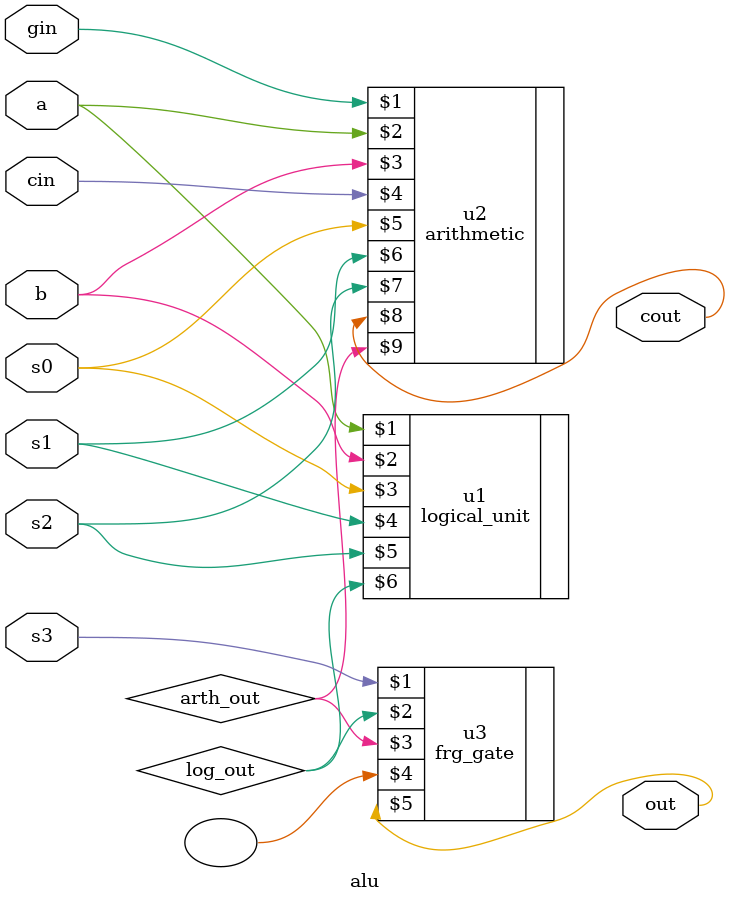
<source format=v>
module alu(gin,s0,s1,s2,s3,a,b,cin,cout,out);
input gin,s0,s1,s2,s3,a,b,cin;
output cout,out;
wire log_out, arth_out;

	logical_unit u1(a,b,s0,s1,s2,log_out);
	arithmetic u2(gin,a,b,cin,s0,s1,s2,cout,arth_out);
	frg_gate u3(s3,log_out,arth_out, ,out, );

endmodule

</source>
